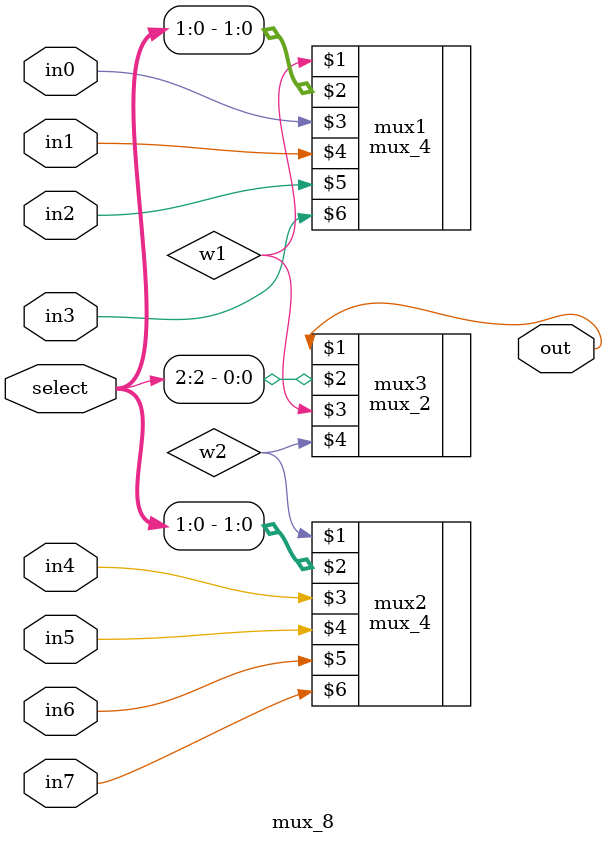
<source format=v>
module mux_8(out, select, in0, in1, in2, in3, in4, in5, in6, in7);
  input [2:0] select;
  input in0, in1, in2, in3, in4, in5, in6, in7;
  output out;
  wire w1, w2;
  mux_4 mux1(w1, select[1:0], in0, in1, in2, in3);
  mux_4 mux2(w2, select[1:0], in4, in5, in6, in7);
  mux_2 mux3(out, select[2], w1, w2);
endmodule
</source>
